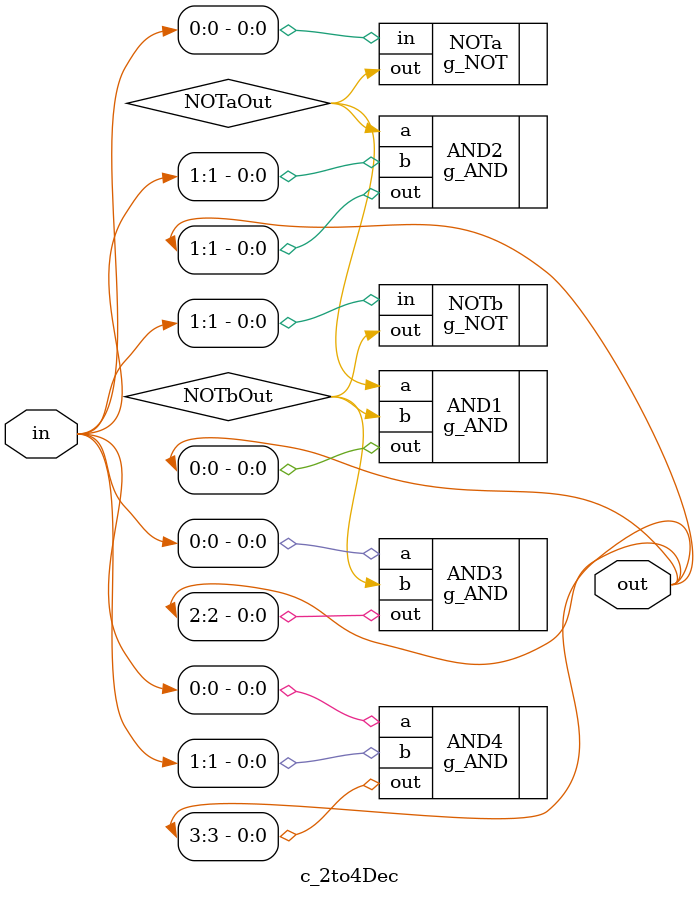
<source format=v>

module c_2to4Dec
(
    input  [1:0] in,
    output [3:0] out
);

wire NOTaOut, NOTbOut;
g_NOT NOTa ( .in(in[0]),               .out(NOTaOut) );
g_NOT NOTb ( .in(in[1]),               .out(NOTbOut) );
g_AND AND1 ( .a(NOTaOut), .b(NOTbOut), .out(out[0])  );
g_AND AND2 ( .a(NOTaOut), .b(in[1]),   .out(out[1])  );
g_AND AND3 ( .a(in[0]),   .b(NOTbOut), .out(out[2])  );
g_AND AND4 ( .a(in[0]),   .b(in[1]),   .out(out[3])  );

endmodule
</source>
